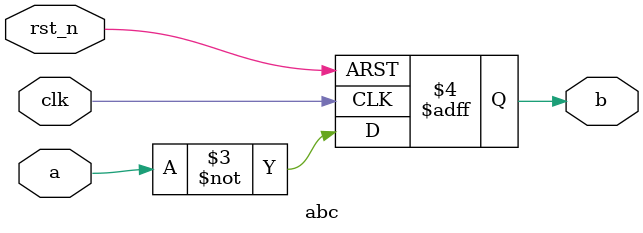
<source format=v>
module abc
(
	input               clk     ,
	input               rst_n   ,
	input               a       ,
	output reg          b           
);

//------------ RTL ´úÂë²¿·Ö  ----------------------
always @(posedge clk or negedge rst_n)
begin
	if (!rst_n)
		b <= 1'b0;
	else
		b <= ~a;
end

//------------ SVA¶ÏÑÔ²¿·Ö  ----------------------
`ifdef SVA
	Bis0: assert property(Evt_b0)
	else
		$error("b is not 0 @ %t", $time);

	Bis1: assert property(Evt_b1)
	else
		$display("b is not 1 @ %t", $time);

	property Evt_b0;
		@(posedge clk) a |-> ##1 ~b;       
	endproperty

	property Evt_b1;
		@(posedge clk) (rst_n && ~a) |-> ##1 b;
	endproperty
`endif

endmodule




</source>
